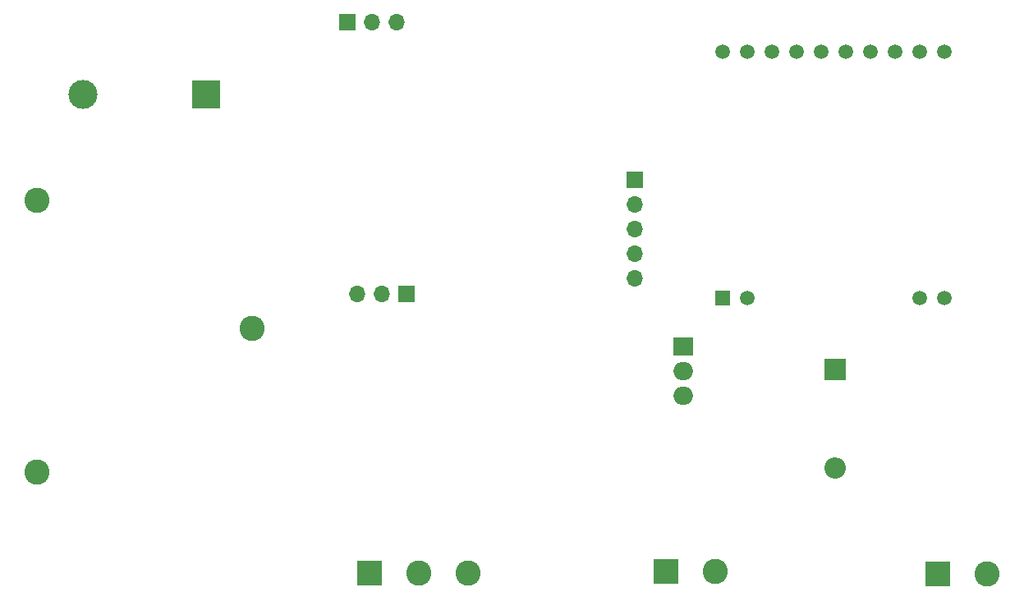
<source format=gbs>
G04 #@! TF.GenerationSoftware,KiCad,Pcbnew,6.0.11-2627ca5db0~126~ubuntu22.04.1*
G04 #@! TF.CreationDate,2023-02-05T11:24:23-03:00*
G04 #@! TF.ProjectId,ball_launcher_kicad,62616c6c-5f6c-4617-956e-636865725f6b,rev?*
G04 #@! TF.SameCoordinates,Original*
G04 #@! TF.FileFunction,Soldermask,Bot*
G04 #@! TF.FilePolarity,Negative*
%FSLAX46Y46*%
G04 Gerber Fmt 4.6, Leading zero omitted, Abs format (unit mm)*
G04 Created by KiCad (PCBNEW 6.0.11-2627ca5db0~126~ubuntu22.04.1) date 2023-02-05 11:24:23*
%MOMM*%
%LPD*%
G01*
G04 APERTURE LIST*
%ADD10R,1.500000X1.500000*%
%ADD11C,1.500000*%
%ADD12R,1.700000X1.700000*%
%ADD13O,1.700000X1.700000*%
%ADD14R,2.600000X2.600000*%
%ADD15C,2.600000*%
%ADD16R,3.000000X3.000000*%
%ADD17C,3.000000*%
%ADD18R,2.000000X1.905000*%
%ADD19O,2.000000X1.905000*%
%ADD20R,2.200000X2.200000*%
%ADD21O,2.200000X2.200000*%
G04 APERTURE END LIST*
D10*
X249575000Y-126837500D03*
D11*
X252115000Y-126837500D03*
X269895000Y-126837500D03*
X272435000Y-126837500D03*
X272435000Y-101437500D03*
X269895000Y-101437500D03*
X267355000Y-101437500D03*
X264815000Y-101437500D03*
X262275000Y-101437500D03*
X259735000Y-101437500D03*
X257195000Y-101437500D03*
X254655000Y-101437500D03*
X252115000Y-101437500D03*
X249575000Y-101437500D03*
D12*
X240505000Y-114680000D03*
D13*
X240505000Y-117220000D03*
X240505000Y-119760000D03*
X240505000Y-122300000D03*
X240505000Y-124840000D03*
D14*
X271755000Y-155300000D03*
D15*
X276835000Y-155300000D03*
X178900000Y-116750000D03*
X178900000Y-144750000D03*
X201100000Y-130000000D03*
D16*
X196350000Y-105850000D03*
D17*
X183650000Y-105850000D03*
D12*
X216985000Y-126410000D03*
D13*
X214445000Y-126410000D03*
X211905000Y-126410000D03*
D18*
X245555000Y-131860000D03*
D19*
X245555000Y-134400000D03*
X245555000Y-136940000D03*
D14*
X243755000Y-155005000D03*
D15*
X248835000Y-155005000D03*
D12*
X210892500Y-98410000D03*
D13*
X213432500Y-98410000D03*
X215972500Y-98410000D03*
D20*
X261200000Y-134220000D03*
D21*
X261200000Y-144380000D03*
D14*
X213215000Y-155205000D03*
D15*
X218295000Y-155205000D03*
X223375000Y-155205000D03*
M02*

</source>
